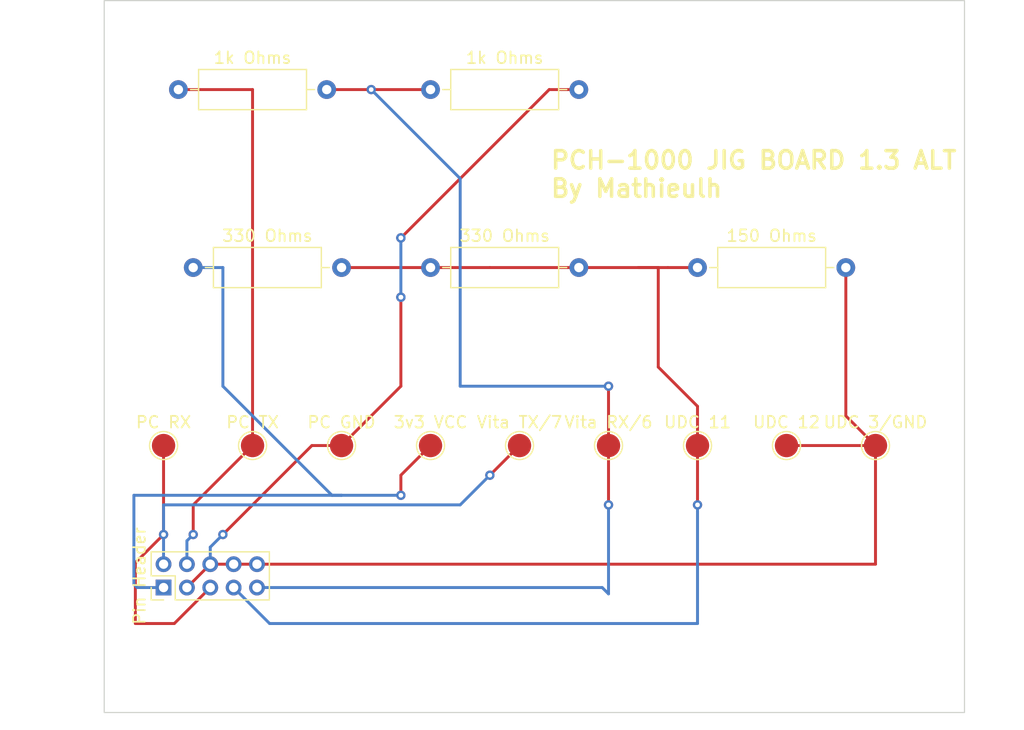
<source format=kicad_pcb>
(kicad_pcb (version 20221018) (generator pcbnew)
  (layers (0 "F.Cu" signal) (31 "B.Cu" signal) (34 "B.Paste" user) (35 "F.Paste" user) (36 "B.SilkS" user "B.Silkscreen") (37 "F.SilkS" user "F.Silkscreen") (38 "B.Mask" user) (39 "F.Mask" user) (44 "Edge.Cuts" user))
  (net 0 "")
  (footprint "Resistor_THT:R_Axial_DIN0309_L9.0mm_D3.2mm_P12.70mm_Horizontal" (layer "F.Cu") (at 27.94 36.38)
    (fp_text reference "330 Ohms" (at 6.35 -2.72) (layer "F.SilkS"))
    (fp_text value "R_Axial_DIN0309_L9.0mm_D3.2mm_P12.70mm_Horizontal")
    (fp_line (start 1.04 0) (end 1.73 0) (stroke (width 0.12)) (layer "F.SilkS"))
    (fp_line (start 1.73 -1.72) (end 1.73 1.72) (stroke (width 0.12)) (layer "F.SilkS"))
    (fp_line (start 1.73 1.72) (end 10.97 1.72) (stroke (width 0.12)) (layer "F.SilkS"))
    (fp_line (start 10.97 -1.72) (end 1.73 -1.72) (stroke (width 0.12)) (layer "F.SilkS"))
    (fp_line (start 10.97 1.72) (end 10.97 -1.72) (stroke (width 0.12)) (layer "F.SilkS"))
    (fp_line (start 11.66 0) (end 10.97 0) (stroke (width 0.12)) (layer "F.SilkS"))
    (pad "1" thru_hole circle (at 0 0) (size 1.6 1.6) (drill 0.8) (layers "*.Cu" "*.Mask"))
    (pad "2" thru_hole oval (at 12.7 0) (size 1.6 1.6) (drill 0.8) (layers "*.Cu" "*.Mask"))
  )
  (footprint "Connector_PinHeader_2.00mm:PinHeader_2x05_P2.00mm_Vertical" (layer "F.Cu") (at 25.4 63.78 90)
    (fp_text reference "Pin Header" (at 1 -2.06 90) (layer "F.SilkS"))
    (fp_text value "PinHeader_2x05_P2.00mm_Vertical")
    (fp_line (start -1.06 -1.06) (end 0 -1.06) (stroke (width 0.12)) (layer "F.SilkS"))
    (fp_line (start -1.06 0) (end -1.06 -1.06) (stroke (width 0.12)) (layer "F.SilkS"))
    (fp_line (start -1.06 1) (end -1.06 9.06) (stroke (width 0.12)) (layer "F.SilkS"))
    (fp_line (start -1.06 1) (end 1 1) (stroke (width 0.12)) (layer "F.SilkS"))
    (fp_line (start -1.06 9.06) (end 3.06 9.06) (stroke (width 0.12)) (layer "F.SilkS"))
    (fp_line (start 1 -1.06) (end 3.06 -1.06) (stroke (width 0.12)) (layer "F.SilkS"))
    (fp_line (start 1 1) (end 1 -1.06) (stroke (width 0.12)) (layer "F.SilkS"))
    (fp_line (start 3.06 -1.06) (end 3.06 9.06) (stroke (width 0.12)) (layer "F.SilkS"))
    (pad "1" thru_hole rect (at 0 0 90) (size 1.35 1.35) (drill 0.8) (layers "*.Cu" "*.Mask"))
    (pad "2" thru_hole oval (at 2 0 90) (size 1.35 1.35) (drill 0.8) (layers "*.Cu" "*.Mask"))
    (pad "3" thru_hole oval (at 0 2 90) (size 1.35 1.35) (drill 0.8) (layers "*.Cu" "*.Mask"))
    (pad "4" thru_hole oval (at 2 2 90) (size 1.35 1.35) (drill 0.8) (layers "*.Cu" "*.Mask"))
    (pad "5" thru_hole oval (at 0 4 90) (size 1.35 1.35) (drill 0.8) (layers "*.Cu" "*.Mask"))
    (pad "6" thru_hole oval (at 2 4 90) (size 1.35 1.35) (drill 0.8) (layers "*.Cu" "*.Mask"))
    (pad "7" thru_hole oval (at 0 6 90) (size 1.35 1.35) (drill 0.8) (layers "*.Cu" "*.Mask"))
    (pad "8" thru_hole oval (at 2 6 90) (size 1.35 1.35) (drill 0.8) (layers "*.Cu" "*.Mask"))
    (pad "9" thru_hole oval (at 0 8 90) (size 1.35 1.35) (drill 0.8) (layers "*.Cu" "*.Mask"))
    (pad "10" thru_hole oval (at 2 8 90) (size 1.35 1.35) (drill 0.8) (layers "*.Cu" "*.Mask"))
  )
  (footprint "Resistor_THT:R_Axial_DIN0309_L9.0mm_D3.2mm_P12.70mm_Horizontal" (layer "F.Cu") (at 26.67 21.14)
    (fp_text reference "1k Ohms" (at 6.35 -2.72) (layer "F.SilkS"))
    (fp_text value "R_Axial_DIN0309_L9.0mm_D3.2mm_P12.70mm_Horizontal")
    (fp_line (start 1.04 0) (end 1.73 0) (stroke (width 0.12)) (layer "F.SilkS"))
    (fp_line (start 1.73 -1.72) (end 1.73 1.72) (stroke (width 0.12)) (layer "F.SilkS"))
    (fp_line (start 1.73 1.72) (end 10.97 1.72) (stroke (width 0.12)) (layer "F.SilkS"))
    (fp_line (start 10.97 -1.72) (end 1.73 -1.72) (stroke (width 0.12)) (layer "F.SilkS"))
    (fp_line (start 10.97 1.72) (end 10.97 -1.72) (stroke (width 0.12)) (layer "F.SilkS"))
    (fp_line (start 11.66 0) (end 10.97 0) (stroke (width 0.12)) (layer "F.SilkS"))
    (pad "1" thru_hole circle (at 0 0) (size 1.6 1.6) (drill 0.8) (layers "*.Cu" "*.Mask"))
    (pad "2" thru_hole oval (at 12.7 0) (size 1.6 1.6) (drill 0.8) (layers "*.Cu" "*.Mask"))
  )
  (footprint "TestPoint:TestPoint_Pad_D2.0mm" (layer "F.Cu") (at 55.88 51.62)
    (fp_text reference "Vita TX/7" (at 0 -1.998) (layer "F.SilkS"))
    (fp_text value "TestPoint_Pad_D2.0mm")
    (fp_circle (center 0 0) (end 0 1.2) (stroke (width 0.12)) (fill none) (layer "F.SilkS"))
    (pad "1" smd circle (at 0 0) (size 2 2) (layers "F.Cu" "F.Mask"))
  )
  (footprint "Resistor_THT:R_Axial_DIN0309_L9.0mm_D3.2mm_P12.70mm_Horizontal" (layer "F.Cu") (at 48.26 36.38)
    (fp_text reference "330 Ohms" (at 6.35 -2.72) (layer "F.SilkS"))
    (fp_text value "R_Axial_DIN0309_L9.0mm_D3.2mm_P12.70mm_Horizontal")
    (fp_line (start 1.04 0) (end 1.73 0) (stroke (width 0.12)) (layer "F.SilkS"))
    (fp_line (start 1.73 -1.72) (end 1.73 1.72) (stroke (width 0.12)) (layer "F.SilkS"))
    (fp_line (start 1.73 1.72) (end 10.97 1.72) (stroke (width 0.12)) (layer "F.SilkS"))
    (fp_line (start 10.97 -1.72) (end 1.73 -1.72) (stroke (width 0.12)) (layer "F.SilkS"))
    (fp_line (start 10.97 1.72) (end 10.97 -1.72) (stroke (width 0.12)) (layer "F.SilkS"))
    (fp_line (start 11.66 0) (end 10.97 0) (stroke (width 0.12)) (layer "F.SilkS"))
    (pad "1" thru_hole circle (at 0 0) (size 1.6 1.6) (drill 0.8) (layers "*.Cu" "*.Mask"))
    (pad "2" thru_hole oval (at 12.7 0) (size 1.6 1.6) (drill 0.8) (layers "*.Cu" "*.Mask"))
  )
  (footprint "TestPoint:TestPoint_Pad_D2.0mm" (layer "F.Cu") (at 48.26 51.62)
    (fp_text reference "3v3 VCC" (at 0 -1.998) (layer "F.SilkS"))
    (fp_text value "TestPoint_Pad_D2.0mm")
    (fp_circle (center 0 0) (end 0 1.2) (stroke (width 0.12)) (fill none) (layer "F.SilkS"))
    (pad "1" smd circle (at 0 0) (size 2 2) (layers "F.Cu" "F.Mask"))
  )
  (footprint "TestPoint:TestPoint_Pad_D2.0mm" (layer "F.Cu") (at 25.4 51.62)
    (fp_text reference "PC RX" (at 0 -1.998) (layer "F.SilkS"))
    (fp_text value "TestPoint_Pad_D2.0mm")
    (fp_circle (center 0 0) (end 0 1.2) (stroke (width 0.12)) (fill none) (layer "F.SilkS"))
    (pad "1" smd circle (at 0 0) (size 2 2) (layers "F.Cu" "F.Mask"))
  )
  (footprint "TestPoint:TestPoint_Pad_D2.0mm" (layer "F.Cu") (at 78.74 51.62)
    (fp_text reference "UDC 12" (at 0 -1.998) (layer "F.SilkS"))
    (fp_text value "TestPoint_Pad_D2.0mm")
    (fp_circle (center 0 0) (end 0 1.2) (stroke (width 0.12)) (fill none) (layer "F.SilkS"))
    (pad "1" smd circle (at 0 0) (size 2 2) (layers "F.Cu" "F.Mask"))
  )
  (footprint "TestPoint:TestPoint_Pad_D2.0mm" (layer "F.Cu") (at 86.36 51.62)
    (fp_text reference "UDC 3/GND" (at 0 -1.998) (layer "F.SilkS"))
    (fp_text value "TestPoint_Pad_D2.0mm")
    (fp_circle (center 0 0) (end 0 1.2) (stroke (width 0.12)) (fill none) (layer "F.SilkS"))
    (pad "1" smd circle (at 0 0) (size 2 2) (layers "F.Cu" "F.Mask"))
  )
  (footprint "TestPoint:TestPoint_Pad_D2.0mm" (layer "F.Cu") (at 40.64 51.62)
    (fp_text reference "PC GND" (at 0 -1.998) (layer "F.SilkS"))
    (fp_text value "TestPoint_Pad_D2.0mm")
    (fp_circle (center 0 0) (end 0 1.2) (stroke (width 0.12)) (fill none) (layer "F.SilkS"))
    (pad "1" smd circle (at 0 0) (size 2 2) (layers "F.Cu" "F.Mask"))
  )
  (footprint "Resistor_THT:R_Axial_DIN0309_L9.0mm_D3.2mm_P12.70mm_Horizontal" (layer "F.Cu") (at 48.26 21.14)
    (fp_text reference "1k Ohms" (at 6.35 -2.72) (layer "F.SilkS"))
    (fp_text value "R_Axial_DIN0309_L9.0mm_D3.2mm_P12.70mm_Horizontal")
    (fp_line (start 1.04 0) (end 1.73 0) (stroke (width 0.12)) (layer "F.SilkS"))
    (fp_line (start 1.73 -1.72) (end 1.73 1.72) (stroke (width 0.12)) (layer "F.SilkS"))
    (fp_line (start 1.73 1.72) (end 10.97 1.72) (stroke (width 0.12)) (layer "F.SilkS"))
    (fp_line (start 10.97 -1.72) (end 1.73 -1.72) (stroke (width 0.12)) (layer "F.SilkS"))
    (fp_line (start 10.97 1.72) (end 10.97 -1.72) (stroke (width 0.12)) (layer "F.SilkS"))
    (fp_line (start 11.66 0) (end 10.97 0) (stroke (width 0.12)) (layer "F.SilkS"))
    (pad "1" thru_hole circle (at 0 0) (size 1.6 1.6) (drill 0.8) (layers "*.Cu" "*.Mask"))
    (pad "2" thru_hole oval (at 12.7 0) (size 1.6 1.6) (drill 0.8) (layers "*.Cu" "*.Mask"))
  )
  (footprint "TestPoint:TestPoint_Pad_D2.0mm" (layer "F.Cu") (at 71.12 51.62)
    (fp_text reference "UDC 11" (at 0 -1.998) (layer "F.SilkS"))
    (fp_text value "TestPoint_Pad_D2.0mm")
    (fp_circle (center 0 0) (end 0 1.2) (stroke (width 0.12)) (fill none) (layer "F.SilkS"))
    (pad "1" smd circle (at 0 0) (size 2 2) (layers "F.Cu" "F.Mask"))
  )
  (footprint "TestPoint:TestPoint_Pad_D2.0mm" (layer "F.Cu") (at 33.02 51.62)
    (fp_text reference "PC TX" (at 0 -1.998) (layer "F.SilkS"))
    (fp_text value "TestPoint_Pad_D2.0mm")
    (fp_circle (center 0 0) (end 0 1.2) (stroke (width 0.12)) (fill none) (layer "F.SilkS"))
    (pad "1" smd circle (at 0 0) (size 2 2) (layers "F.Cu" "F.Mask"))
  )
  (footprint "TestPoint:TestPoint_Pad_D2.0mm" (layer "F.Cu") (at 63.5 51.62)
    (fp_text reference "Vita RX/6" (at 0 -1.998) (layer "F.SilkS"))
    (fp_text value "TestPoint_Pad_D2.0mm")
    (fp_circle (center 0 0) (end 0 1.2) (stroke (width 0.12)) (fill none) (layer "F.SilkS"))
    (pad "1" smd circle (at 0 0) (size 2 2) (layers "F.Cu" "F.Mask"))
  )
  (footprint "Resistor_THT:R_Axial_DIN0309_L9.0mm_D3.2mm_P12.70mm_Horizontal" (layer "F.Cu") (at 71.12 36.38)
    (fp_text reference "150 Ohms" (at 6.35 -2.72) (layer "F.SilkS"))
    (fp_text value "R_Axial_DIN0309_L9.0mm_D3.2mm_P12.70mm_Horizontal")
    (fp_line (start 1.04 0) (end 1.73 0) (stroke (width 0.12)) (layer "F.SilkS"))
    (fp_line (start 1.73 -1.72) (end 1.73 1.72) (stroke (width 0.12)) (layer "F.SilkS"))
    (fp_line (start 1.73 1.72) (end 10.97 1.72) (stroke (width 0.12)) (layer "F.SilkS"))
    (fp_line (start 10.97 -1.72) (end 1.73 -1.72) (stroke (width 0.12)) (layer "F.SilkS"))
    (fp_line (start 10.97 1.72) (end 10.97 -1.72) (stroke (width 0.12)) (layer "F.SilkS"))
    (fp_line (start 11.66 0) (end 10.97 0) (stroke (width 0.12)) (layer "F.SilkS"))
    (pad "1" thru_hole circle (at 0 0) (size 1.6 1.6) (drill 0.8) (layers "*.Cu" "*.Mask"))
    (pad "2" thru_hole oval (at 12.7 0) (size 1.6 1.6) (drill 0.8) (layers "*.Cu" "*.Mask"))
  )
  (gr_rect (start 20.32 13.52) (end 93.98 74.48) (stroke (width 0.1)) (fill none) (layer "Edge.Cuts"))
  (gr_text "PCH-1000 JIG BOARD 1.3 ALT\nBy Mathieulh" (at 58.42 30.48) (layer "F.SilkS") (effects (font (size 1.5 1.5) (thickness 0.3) bold) (justify left bottom)))
  (segment (start 67.76 36.38) (end 67.76 44.9) (width 0.25) (layer "F.Cu") (net 0))
  (segment (start 40.64 51.62) (end 45.72 46.54) (width 0.25) (layer "F.Cu") (net 0))
  (segment (start 58.42 21.14) (end 60.96 21.14) (width 0.25) (layer "F.Cu") (net 0))
  (segment (start 22.985 66.86) (end 26.32 66.86) (width 0.25) (layer "F.Cu") (net 0))
  (segment (start 25.4 56.7) (end 25.4 51.62) (width 0.25) (layer "F.Cu") (net 0))
  (segment (start 83.82 49.08) (end 86.36 51.62) (width 0.25) (layer "F.Cu") (net 0))
  (segment (start 27.94 56.7) (end 33.02 51.62) (width 0.25) (layer "F.Cu") (net 0))
  (segment (start 33.4 61.78) (end 31.4 61.78) (width 0.25) (layer "F.Cu") (net 0))
  (segment (start 43.18 21.14) (end 48.26 21.14) (width 0.25) (layer "F.Cu") (net 0))
  (segment (start 45.72 46.54) (end 45.72 38.92) (width 0.25) (layer "F.Cu") (net 0))
  (segment (start 45.72 55.88) (end 45.72 54.16) (width 0.25) (layer "F.Cu") (net 0))
  (segment (start 60.96 36.38) (end 67.76 36.38) (width 0.25) (layer "F.Cu") (net 0))
  (segment (start 25.4 59.24) (end 22.985 61.655) (width 0.25) (layer "F.Cu") (net 0))
  (segment (start 67.76 44.9) (end 71.12 48.26) (width 0.25) (layer "F.Cu") (net 0))
  (segment (start 45.72 54.16) (end 48.26 51.62) (width 0.25) (layer "F.Cu") (net 0))
  (segment (start 45.72 33.84) (end 58.42 21.14) (width 0.25) (layer "F.Cu") (net 0))
  (segment (start 27.94 59.24) (end 27.94 56.7) (width 0.25) (layer "F.Cu") (net 0))
  (segment (start 22.985 61.655) (end 22.985 66.86) (width 0.25) (layer "F.Cu") (net 0))
  (segment (start 43.18 21.14) (end 39.37 21.14) (width 0.25) (layer "F.Cu") (net 0))
  (segment (start 38.1 51.62) (end 40.64 51.62) (width 0.25) (layer "F.Cu") (net 0))
  (segment (start 25.4 59.24) (end 25.4 56.7) (width 0.25) (layer "F.Cu") (net 0))
  (segment (start 78.74 51.62) (end 86.36 51.62) (width 0.25) (layer "F.Cu") (net 0))
  (segment (start 71.12 36.38) (end 68.58 36.38) (width 0.25) (layer "F.Cu") (net 0))
  (segment (start 53.34 54.16) (end 55.88 51.62) (width 0.25) (layer "F.Cu") (net 0))
  (segment (start 26.32 66.86) (end 29.4 63.78) (width 0.25) (layer "F.Cu") (net 0))
  (segment (start 40.64 36.38) (end 53.34 36.38) (width 0.25) (layer "F.Cu") (net 0))
  (segment (start 86.36 61.78) (end 33.4 61.78) (width 0.25) (layer "F.Cu") (net 0))
  (segment (start 27.4 63.78) (end 29.4 61.78) (width 0.25) (layer "F.Cu") (net 0))
  (segment (start 53.34 36.38) (end 60.96 36.38) (width 0.25) (layer "F.Cu") (net 0))
  (segment (start 66.04 36.38) (end 68.58 36.38) (width 0.25) (layer "F.Cu") (net 0))
  (segment (start 83.82 36.38) (end 83.82 49.08) (width 0.25) (layer "F.Cu") (net 0))
  (segment (start 63.5 56.7) (end 63.5 51.62) (width 0.25) (layer "F.Cu") (net 0))
  (segment (start 63.5 46.54) (end 63.5 51.62) (width 0.25) (layer "F.Cu") (net 0))
  (segment (start 71.12 56.7) (end 71.12 51.62) (width 0.25) (layer "F.Cu") (net 0))
  (segment (start 33.02 51.62) (end 33.02 21.14) (width 0.25) (layer "F.Cu") (net 0))
  (segment (start 33.02 21.14) (end 26.67 21.14) (width 0.25) (layer "F.Cu") (net 0))
  (segment (start 86.36 51.62) (end 86.36 61.78) (width 0.25) (layer "F.Cu") (net 0))
  (segment (start 71.12 51.62) (end 71.12 48.26) (width 0.25) (layer "F.Cu") (net 0))
  (segment (start 30.48 59.24) (end 38.1 51.62) (width 0.25) (layer "F.Cu") (net 0))
  (segment (start 31.4 61.78) (end 29.4 61.78) (width 0.25) (layer "F.Cu") (net 0))
  (via (at 71.12 56.7) (size 0.8) (drill 0.4) (layers "F.Cu" "B.Cu") (net 0))
  (via (at 25.4 59.24) (size 0.8) (drill 0.4) (layers "F.Cu" "B.Cu") (net 0))
  (via (at 30.48 59.24) (size 0.8) (drill 0.4) (layers "F.Cu" "B.Cu") (net 0))
  (via (at 45.72 33.84) (size 0.8) (drill 0.4) (layers "F.Cu" "B.Cu") (net 0))
  (via (at 45.72 33.84) (size 0.8) (drill 0.4) (layers "F.Cu" "B.Cu") (net 0))
  (via (at 63.5 46.54) (size 0.8) (drill 0.4) (layers "F.Cu" "B.Cu") (net 0))
  (via (at 53.34 54.16) (size 0.8) (drill 0.4) (layers "F.Cu" "B.Cu") (net 0))
  (via (at 43.18 21.14) (size 0.8) (drill 0.4) (layers "F.Cu" "B.Cu") (net 0))
  (via (at 63.5 56.7) (size 0.8) (drill 0.4) (layers "F.Cu" "B.Cu") (net 0))
  (via (at 45.72 38.92) (size 0.8) (drill 0.4) (layers "F.Cu" "B.Cu") (net 0))
  (via (at 45.72 38.92) (size 0.8) (drill 0.4) (layers "F.Cu" "B.Cu") (net 0))
  (via (at 27.94 59.24) (size 0.8) (drill 0.4) (layers "F.Cu" "B.Cu") (net 0))
  (via (at 45.72 55.88) (size 0.8) (drill 0.4) (layers "F.Cu" "B.Cu") (net 0))
  (segment (start 27.94 36.38) (end 30.48 36.38) (width 0.25) (layer "B.Cu") (net 0))
  (segment (start 50.8 46.54) (end 63.5 46.54) (width 0.25) (layer "B.Cu") (net 0))
  (segment (start 40.64 55.88) (end 45.72 55.88) (width 0.25) (layer "B.Cu") (net 0))
  (segment (start 25.4 59.24) (end 25.4 56.7) (width 0.25) (layer "B.Cu") (net 0))
  (segment (start 30.48 46.54) (end 39.82 55.88) (width 0.25) (layer "B.Cu") (net 0))
  (segment (start 29.4 60.32) (end 29.4 61.78) (width 0.25) (layer "B.Cu") (net 0))
  (segment (start 63.5 64.32) (end 63.5 56.7) (width 0.25) (layer "B.Cu") (net 0))
  (segment (start 22.86 55.88) (end 40.64 55.88) (width 0.25) (layer "B.Cu") (net 0))
  (segment (start 25.4 63.78) (end 23.14 63.78) (width 0.25) (layer "B.Cu") (net 0))
  (segment (start 50.8 56.7) (end 53.34 54.16) (width 0.25) (layer "B.Cu") (net 0))
  (segment (start 71.12 66.86) (end 71.12 56.7) (width 0.25) (layer "B.Cu") (net 0))
  (segment (start 25.4 59.24) (end 25.4 61.78) (width 0.25) (layer "B.Cu") (net 0))
  (segment (start 23.14 63.78) (end 22.86 63.5) (width 0.25) (layer "B.Cu") (net 0))
  (segment (start 34.48 66.86) (end 31.4 63.78) (width 0.25) (layer "B.Cu") (net 0))
  (segment (start 50.8 28.76) (end 50.8 46.54) (width 0.25) (layer "B.Cu") (net 0))
  (segment (start 27.4 59.78) (end 27.4 61.78) (width 0.25) (layer "B.Cu") (net 0))
  (segment (start 22.86 63.5) (end 22.86 55.88) (width 0.25) (layer "B.Cu") (net 0))
  (segment (start 62.96 63.78) (end 33.4 63.78) (width 0.25) (layer "B.Cu") (net 0))
  (segment (start 71.12 66.86) (end 34.48 66.86) (width 0.25) (layer "B.Cu") (net 0))
  (segment (start 25.4 56.7) (end 50.8 56.7) (width 0.25) (layer "B.Cu") (net 0))
  (segment (start 30.48 36.38) (end 30.48 46.54) (width 0.25) (layer "B.Cu") (net 0))
  (segment (start 39.82 55.88) (end 40.64 55.88) (width 0.25) (layer "B.Cu") (net 0))
  (segment (start 27.94 59.24) (end 27.4 59.78) (width 0.25) (layer "B.Cu") (net 0))
  (segment (start 45.72 38.92) (end 45.72 33.84) (width 0.25) (layer "B.Cu") (net 0))
  (segment (start 30.48 59.24) (end 29.4 60.32) (width 0.25) (layer "B.Cu") (net 0))
  (segment (start 62.96 63.78) (end 63.5 64.32) (width 0.25) (layer "B.Cu") (net 0))
  (segment (start 43.18 21.14) (end 50.8 28.76) (width 0.25) (layer "B.Cu") (net 0))
)
</source>
